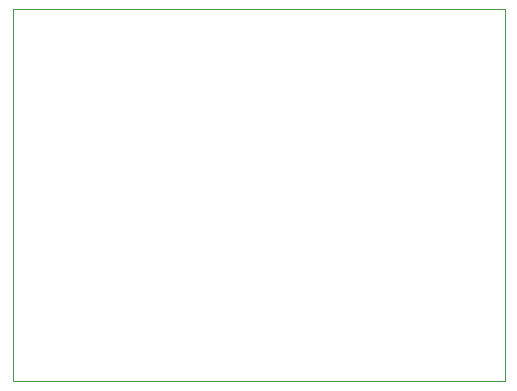
<source format=gbr>
G04 #@! TF.GenerationSoftware,KiCad,Pcbnew,(5.1.5-0-10_14)*
G04 #@! TF.CreationDate,2021-03-15T05:54:21+10:00*
G04 #@! TF.ProjectId,OH - Left Console - 31 - Landing Gear,4f48202d-204c-4656-9674-20436f6e736f,rev?*
G04 #@! TF.SameCoordinates,Original*
G04 #@! TF.FileFunction,Profile,NP*
%FSLAX46Y46*%
G04 Gerber Fmt 4.6, Leading zero omitted, Abs format (unit mm)*
G04 Created by KiCad (PCBNEW (5.1.5-0-10_14)) date 2021-03-15 05:54:21*
%MOMM*%
%LPD*%
G04 APERTURE LIST*
%ADD10C,0.050000*%
G04 APERTURE END LIST*
D10*
X186690000Y-50800000D02*
X186690000Y-82296000D01*
X145034000Y-82296000D02*
X186690000Y-82296000D01*
X145034000Y-50800000D02*
X145034000Y-82296000D01*
X186690000Y-50800000D02*
X145034000Y-50800000D01*
M02*

</source>
